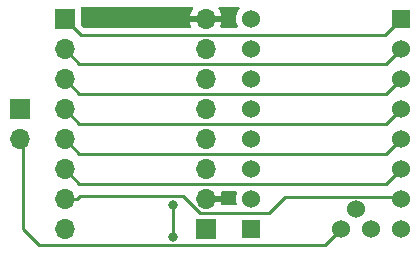
<source format=gbr>
%TF.GenerationSoftware,KiCad,Pcbnew,(6.0.11-0)*%
%TF.CreationDate,2023-02-12T12:51:19-05:00*%
%TF.ProjectId,TMC-Breakout,544d432d-4272-4656-916b-6f75742e6b69,1.0.0*%
%TF.SameCoordinates,Original*%
%TF.FileFunction,Copper,L2,Bot*%
%TF.FilePolarity,Positive*%
%FSLAX46Y46*%
G04 Gerber Fmt 4.6, Leading zero omitted, Abs format (unit mm)*
G04 Created by KiCad (PCBNEW (6.0.11-0)) date 2023-02-12 12:51:19*
%MOMM*%
%LPD*%
G01*
G04 APERTURE LIST*
%TA.AperFunction,ComponentPad*%
%ADD10R,1.700000X1.700000*%
%TD*%
%TA.AperFunction,ComponentPad*%
%ADD11O,1.700000X1.700000*%
%TD*%
%TA.AperFunction,ComponentPad*%
%ADD12R,1.524000X1.524000*%
%TD*%
%TA.AperFunction,ComponentPad*%
%ADD13C,1.524000*%
%TD*%
%TA.AperFunction,ViaPad*%
%ADD14C,0.800000*%
%TD*%
%TA.AperFunction,Conductor*%
%ADD15C,0.254000*%
%TD*%
G04 APERTURE END LIST*
D10*
%TO.P,J102,1,Pin_1*%
%TO.N,VDD*%
X129515000Y-97790000D03*
D11*
%TO.P,J102,2,Pin_2*%
%TO.N,GND*%
X129515000Y-95250000D03*
%TO.P,J102,3,Pin_3*%
%TO.N,/M2B*%
X129515000Y-92710000D03*
%TO.P,J102,4,Pin_4*%
%TO.N,/M2A*%
X129515000Y-90170000D03*
%TO.P,J102,5,Pin_5*%
%TO.N,/M1A*%
X129515000Y-87630000D03*
%TO.P,J102,6,Pin_6*%
%TO.N,/M1B*%
X129515000Y-85090000D03*
%TO.P,J102,7,Pin_7*%
%TO.N,VCC*%
X129515000Y-82550000D03*
%TO.P,J102,8,Pin_8*%
%TO.N,GND*%
X129515000Y-80010000D03*
%TD*%
D12*
%TO.P,U101,JP1_1,DIR*%
%TO.N,/DIR*%
X146050000Y-80010000D03*
D13*
%TO.P,U101,JP1_2,STEP*%
%TO.N,/STEP*%
X146050000Y-82550000D03*
%TO.P,U101,JP1_3,DC0*%
%TO.N,/DCO*%
X146050000Y-85090000D03*
%TO.P,U101,JP1_4,SDO/CFG0*%
%TO.N,/CFG0*%
X146050000Y-87630000D03*
%TO.P,U101,JP1_5,CS/CFG3*%
%TO.N,/CFG3*%
X146050000Y-90170000D03*
%TO.P,U101,JP1_6,SCK/CFG2*%
%TO.N,/CFG2*%
X146050000Y-92710000D03*
%TO.P,U101,JP1_7,SDI/CFG1*%
%TO.N,/CFG1*%
X146050000Y-95250000D03*
%TO.P,U101,JP1_8,EN*%
%TO.N,/~{EN}*%
X146050000Y-97790000D03*
D12*
%TO.P,U101,JP2_1,VM*%
%TO.N,VDD*%
X133350000Y-97790000D03*
D13*
%TO.P,U101,JP2_2,GND*%
%TO.N,GND*%
X133350000Y-95250000D03*
%TO.P,U101,JP2_3,M2B*%
%TO.N,/M2B*%
X133350000Y-92710000D03*
%TO.P,U101,JP2_4,M2A*%
%TO.N,/M2A*%
X133350000Y-90170000D03*
%TO.P,U101,JP2_5,M1A*%
%TO.N,/M1A*%
X133350000Y-87630000D03*
%TO.P,U101,JP2_6,M1B*%
%TO.N,/M1B*%
X133350000Y-85090000D03*
%TO.P,U101,JP2_7,VIO*%
%TO.N,VCC*%
X133350000Y-82550000D03*
%TO.P,U101,JP2_8,GND*%
%TO.N,GND*%
X133350000Y-80010000D03*
%TO.P,U101,JP3_1,DIAG0*%
%TO.N,/DIAG0*%
X140970000Y-97790000D03*
%TO.P,U101,JP3_2,DIAG1*%
%TO.N,/DIAG1*%
X143510000Y-97790000D03*
%TO.P,U101,VREF,VREF*%
%TO.N,unconnected-(U101-PadVREF)*%
X142240000Y-96139000D03*
%TD*%
D10*
%TO.P,J101,1,Pin_1*%
%TO.N,/DIR*%
X117564000Y-80025000D03*
D11*
%TO.P,J101,2,Pin_2*%
%TO.N,/STEP*%
X117564000Y-82565000D03*
%TO.P,J101,3,Pin_3*%
%TO.N,/DCO*%
X117564000Y-85105000D03*
%TO.P,J101,4,Pin_4*%
%TO.N,/CFG0*%
X117564000Y-87645000D03*
%TO.P,J101,5,Pin_5*%
%TO.N,/CFG3*%
X117564000Y-90185000D03*
%TO.P,J101,6,Pin_6*%
%TO.N,/CFG2*%
X117564000Y-92725000D03*
%TO.P,J101,7,Pin_7*%
%TO.N,/CFG1*%
X117564000Y-95265000D03*
%TO.P,J101,8,Pin_8*%
%TO.N,/~{EN}*%
X117564000Y-97805000D03*
%TD*%
D10*
%TO.P,J103,1,Pin_1*%
%TO.N,/DIAG1*%
X113792000Y-87650000D03*
D11*
%TO.P,J103,2,Pin_2*%
%TO.N,/DIAG0*%
X113792000Y-90190000D03*
%TD*%
D14*
%TO.N,VCC*%
X126746000Y-98460500D03*
X126746000Y-95758000D03*
%TD*%
D15*
%TO.N,/DIR*%
X146050000Y-80010000D02*
X144687000Y-81373000D01*
X118912000Y-81373000D02*
X117564000Y-80025000D01*
X144687000Y-81373000D02*
X118912000Y-81373000D01*
%TO.N,/STEP*%
X146050000Y-82550000D02*
X144780000Y-83820000D01*
X118819000Y-83820000D02*
X117564000Y-82565000D01*
X144780000Y-83820000D02*
X118819000Y-83820000D01*
%TO.N,/DCO*%
X118819000Y-86360000D02*
X117564000Y-85105000D01*
X146050000Y-85090000D02*
X144780000Y-86360000D01*
X144780000Y-86360000D02*
X118819000Y-86360000D01*
%TO.N,/CFG0*%
X146050000Y-87630000D02*
X144780000Y-88900000D01*
X118819000Y-88900000D02*
X117564000Y-87645000D01*
X144780000Y-88900000D02*
X118819000Y-88900000D01*
%TO.N,/CFG3*%
X146050000Y-90170000D02*
X144780000Y-91440000D01*
X118819000Y-91440000D02*
X117564000Y-90185000D01*
X144780000Y-91440000D02*
X118819000Y-91440000D01*
%TO.N,/CFG2*%
X118819000Y-93980000D02*
X117564000Y-92725000D01*
X144780000Y-93980000D02*
X118819000Y-93980000D01*
X146050000Y-92710000D02*
X144780000Y-93980000D01*
%TO.N,/CFG1*%
X118872000Y-94996000D02*
X118603000Y-95265000D01*
X146050000Y-95250000D02*
X145850000Y-95050000D01*
X118603000Y-95265000D02*
X117564000Y-95265000D01*
X134859000Y-96427000D02*
X129027470Y-96427000D01*
X136236000Y-95050000D02*
X134859000Y-96427000D01*
X145850000Y-95050000D02*
X136236000Y-95050000D01*
X127596470Y-94996000D02*
X118872000Y-94996000D01*
X129027470Y-96427000D02*
X127596470Y-94996000D01*
%TO.N,VCC*%
X126746000Y-95758000D02*
X126746000Y-98460500D01*
%TO.N,/DIAG0*%
X140970000Y-97790000D02*
X139573000Y-99187000D01*
X139573000Y-99187000D02*
X115380000Y-99187000D01*
X114008000Y-97815000D02*
X114008000Y-90190000D01*
X115380000Y-99187000D02*
X114008000Y-97815000D01*
%TD*%
%TA.AperFunction,Conductor*%
%TO.N,GND*%
G36*
X132114923Y-94635502D02*
G01*
X132161416Y-94689158D01*
X132171520Y-94759432D01*
X132160996Y-94794751D01*
X132154357Y-94808988D01*
X132150609Y-94819285D01*
X132095941Y-95023309D01*
X132094038Y-95034104D01*
X132075628Y-95244525D01*
X132075628Y-95255475D01*
X132094038Y-95465896D01*
X132095941Y-95476691D01*
X132137794Y-95632889D01*
X132136104Y-95703865D01*
X132096310Y-95762661D01*
X132031045Y-95790609D01*
X132016087Y-95791500D01*
X130939818Y-95791500D01*
X130871697Y-95771498D01*
X130825204Y-95717842D01*
X130815100Y-95647568D01*
X130819260Y-95628871D01*
X130845377Y-95542910D01*
X130847555Y-95532837D01*
X130848986Y-95521962D01*
X130846775Y-95507778D01*
X130833617Y-95504000D01*
X129387000Y-95504000D01*
X129318879Y-95483998D01*
X129272386Y-95430342D01*
X129261000Y-95378000D01*
X129261000Y-95122000D01*
X129281002Y-95053879D01*
X129334658Y-95007386D01*
X129387000Y-94996000D01*
X130833344Y-94996000D01*
X130846875Y-94992027D01*
X130848180Y-94982947D01*
X130806214Y-94815875D01*
X130802894Y-94806124D01*
X130796641Y-94791742D01*
X130787821Y-94721296D01*
X130818488Y-94657264D01*
X130878905Y-94619976D01*
X130912191Y-94615500D01*
X132046802Y-94615500D01*
X132114923Y-94635502D01*
G37*
%TD.AperFunction*%
%TA.AperFunction,Conductor*%
G36*
X128393414Y-79014502D02*
G01*
X128439907Y-79068158D01*
X128450011Y-79138432D01*
X128429381Y-79191505D01*
X128333095Y-79332655D01*
X128328000Y-79341623D01*
X128238338Y-79534783D01*
X128234775Y-79544470D01*
X128179389Y-79744183D01*
X128180912Y-79752607D01*
X128193292Y-79756000D01*
X130833344Y-79756000D01*
X130846875Y-79752027D01*
X130848180Y-79742947D01*
X130806214Y-79575875D01*
X130802894Y-79566124D01*
X130717972Y-79370814D01*
X130713105Y-79361739D01*
X130601317Y-79188940D01*
X130581110Y-79120880D01*
X130600906Y-79052699D01*
X130654421Y-79006045D01*
X130707109Y-78994500D01*
X132268634Y-78994500D01*
X132336755Y-79014502D01*
X132383248Y-79068158D01*
X132393352Y-79138432D01*
X132371847Y-79192770D01*
X132249102Y-79368070D01*
X132243624Y-79377556D01*
X132154355Y-79568993D01*
X132150609Y-79579285D01*
X132095941Y-79783309D01*
X132094038Y-79794104D01*
X132075628Y-80004525D01*
X132075628Y-80015475D01*
X132094038Y-80225896D01*
X132095941Y-80236691D01*
X132150609Y-80440715D01*
X132154355Y-80451007D01*
X132204364Y-80558250D01*
X132215025Y-80628441D01*
X132186045Y-80693254D01*
X132126626Y-80732111D01*
X132090169Y-80737500D01*
X130873152Y-80737500D01*
X130805031Y-80717498D01*
X130758538Y-80663842D01*
X130748434Y-80593568D01*
X130760194Y-80555674D01*
X130779672Y-80516263D01*
X130783469Y-80506672D01*
X130845377Y-80302910D01*
X130847555Y-80292837D01*
X130848986Y-80281962D01*
X130846775Y-80267778D01*
X130833617Y-80264000D01*
X128198225Y-80264000D01*
X128184694Y-80267973D01*
X128183257Y-80277966D01*
X128213565Y-80412446D01*
X128216645Y-80422275D01*
X128274231Y-80564096D01*
X128281327Y-80634737D01*
X128249105Y-80698001D01*
X128187795Y-80733801D01*
X128157488Y-80737500D01*
X119227422Y-80737500D01*
X119159301Y-80717498D01*
X119138327Y-80700595D01*
X118959405Y-80521673D01*
X118925379Y-80459361D01*
X118922500Y-80432578D01*
X118922500Y-79126866D01*
X118922483Y-79126711D01*
X118938626Y-79058215D01*
X118989687Y-79008887D01*
X119048155Y-78994500D01*
X128325293Y-78994500D01*
X128393414Y-79014502D01*
G37*
%TD.AperFunction*%
%TD*%
M02*

</source>
